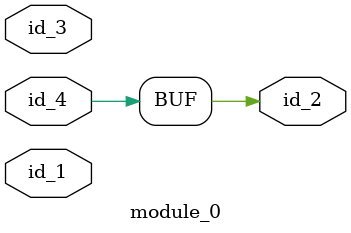
<source format=v>
`define pp_1 0
`timescale 1ps / 1 ps `timescale 1ps / 1 ps
module module_0 (
    id_1,
    id_2,
    id_3,
    id_4
);
  input id_4;
  input id_3;
  output id_2;
  input id_1;
  assign id_3[1] = id_1;
  assign id_2 = id_4[1'h0 : 1];
endmodule

</source>
